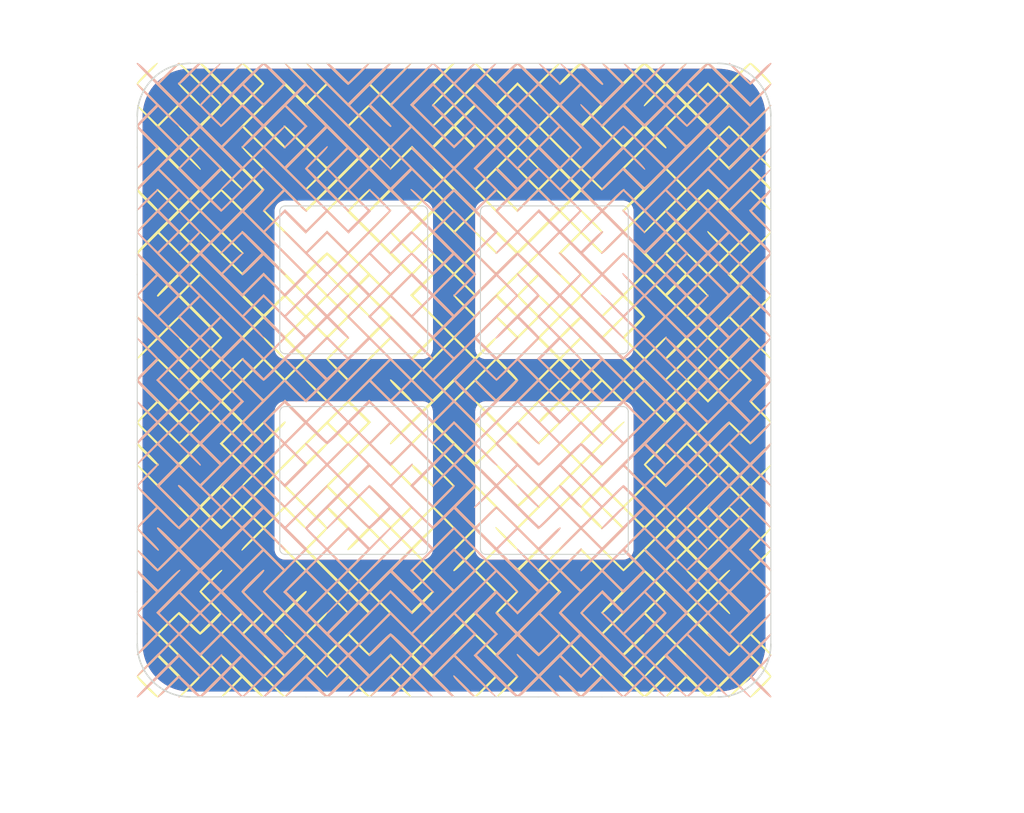
<source format=kicad_pcb>
(kicad_pcb (version 20211014) (generator pcbnew)
  (layers (0 "F.Cu" signal) (31 "B.Cu" signal) (34 "B.Paste" user) (35 "F.Paste" user) (36 "B.SilkS" user "B.Silkscreen") (37 "F.SilkS" user "F.Silkscreen") (38 "B.Mask" user) (39 "F.Mask" user) (44 "Edge.Cuts" user))
  (net 0 "")
  (footprint "LOGO" (layer "F.Cu") (at 130 130)
    (fp_text reference "G***" hide)
    (fp_text value "LOGO" hide)
  )
  (footprint "LOGO" (layer "B.Cu") (at 130 130 180)
    (fp_text reference "G***" hide)
    (fp_text value "LOGO" hide)
  )
  (gr_line (start 146 127.5) (end 133 127.5) (layer "Edge.Cuts") (width 0.1))
  (gr_arc (start 127.5 146) (mid 127.353553 146.353553) (end 127 146.5) (layer "Edge.Cuts") (width 0.1))
  (gr_arc (start 145.999999 113.5) (mid 146.353553 113.646446) (end 146.499999 114) (layer "Edge.Cuts") (width 0.1))
  (gr_line (start 132.999999 113.5) (end 145.999999 113.5) (layer "Edge.Cuts") (width 0.1))
  (gr_arc (start 155 100) (mid 158.535534 101.464466) (end 160 105) (layer "Edge.Cuts") (width 0.15))
  (gr_arc (start 132.5 133) (mid 132.646446 132.646447) (end 132.999999 132.5) (layer "Edge.Cuts") (width 0.1))
  (gr_line (start 132.5 114) (end 132.5 127) (layer "Edge.Cuts") (width 0.1))
  (gr_line (start 113.5 133) (end 113.5 146) (layer "Edge.Cuts") (width 0.1))
  (gr_arc (start 133 127.5) (mid 132.646447 127.353553) (end 132.5 127) (layer "Edge.Cuts") (width 0.1))
  (gr_line (start 146.5 133) (end 146.5 146) (layer "Edge.Cuts") (width 0.1))
  (gr_arc (start 146.5 127) (mid 146.353553 127.353553) (end 146 127.5) (layer "Edge.Cuts") (width 0.1))
  (gr_arc (start 127.5 127) (mid 127.353553 127.353553) (end 127 127.5) (layer "Edge.Cuts") (width 0.1))
  (gr_arc (start 132.5 114) (mid 132.646447 113.646447) (end 133 113.5) (layer "Edge.Cuts") (width 0.1))
  (gr_line (start 127 146.5) (end 114 146.5) (layer "Edge.Cuts") (width 0.1))
  (gr_line (start 105 100) (end 155 100) (layer "Edge.Cuts") (width 0.1))
  (gr_arc (start 146.5 146) (mid 146.353553 146.353553) (end 146 146.5) (layer "Edge.Cuts") (width 0.1))
  (gr_line (start 113.5 114) (end 113.5 127) (layer "Edge.Cuts") (width 0.1))
  (gr_line (start 113.999999 132.5) (end 126.999999 132.5) (layer "Edge.Cuts") (width 0.1))
  (gr_line (start 146.5 114) (end 146.5 127) (layer "Edge.Cuts") (width 0.1))
  (gr_arc (start 113.5 133) (mid 113.646447 132.646447) (end 114 132.5) (layer "Edge.Cuts") (width 0.1))
  (gr_arc (start 114 146.5) (mid 113.646447 146.353553) (end 113.5 146) (layer "Edge.Cuts") (width 0.1))
  (gr_arc (start 126.999999 132.5) (mid 127.353553 132.646446) (end 127.499999 133) (layer "Edge.Cuts") (width 0.1))
  (gr_line (start 155 160) (end 105 160) (layer "Edge.Cuts") (width 0.1))
  (gr_line (start 127.5 114) (end 127.5 127) (layer "Edge.Cuts") (width 0.1))
  (gr_line (start 132.999999 132.5) (end 145.999999 132.5) (layer "Edge.Cuts") (width 0.1))
  (gr_arc (start 105 160) (mid 101.464466 158.535534) (end 100 155) (layer "Edge.Cuts") (width 0.15))
  (gr_arc (start 160 155) (mid 158.535534 158.535534) (end 155 160) (layer "Edge.Cuts") (width 0.15))
  (gr_arc (start 114 127.5) (mid 113.646447 127.353553) (end 113.5 127) (layer "Edge.Cuts") (width 0.1))
  (gr_line (start 146 146.5) (end 133 146.5) (layer "Edge.Cuts") (width 0.1))
  (gr_arc (start 145.999999 132.5) (mid 146.353552 132.646447) (end 146.499999 133) (layer "Edge.Cuts") (width 0.1))
  (gr_arc (start 133 146.5) (mid 132.646447 146.353553) (end 132.5 146) (layer "Edge.Cuts") (width 0.1))
  (gr_line (start 100 155) (end 100 105) (layer "Edge.Cuts") (width 0.1))
  (gr_line (start 127.5 133) (end 127.5 146) (layer "Edge.Cuts") (width 0.1))
  (gr_line (start 127 127.5) (end 114 127.5) (layer "Edge.Cuts") (width 0.1))
  (gr_arc (start 100 105) (mid 101.464466 101.464466) (end 105 100) (layer "Edge.Cuts") (width 0.15))
  (gr_line (start 160 105) (end 160 155) (layer "Edge.Cuts") (width 0.1))
  (gr_arc (start 126.999999 113.5) (mid 127.353553 113.646446) (end 127.499999 114) (layer "Edge.Cuts") (width 0.1))
  (gr_line (start 113.999999 113.5) (end 126.999999 113.5) (layer "Edge.Cuts") (width 0.1))
  (gr_line (start 132.5 133) (end 132.5 146) (layer "Edge.Cuts") (width 0.1))
  (gr_arc (start 113.5 114) (mid 113.646447 113.646447) (end 114 113.5) (layer "Edge.Cuts") (width 0.1))
  (zone (net 0) (net_name "") (layer "F.Cu") (connect_pads (clearance 0.508)) (min_thickness 0.254) (fill yes (thermal_gap 0.508) (thermal_bridge_width 0.508))
    (polygon (pts (xy 184 98) (xy 167 168) (xy 91 168) (xy 92 97)))
  )
  (zone (net 0) (net_name "") (layer "B.Cu") (connect_pads (clearance 0.508)) (min_thickness 0.254) (fill yes (thermal_gap 0.508) (thermal_bridge_width 0.508))
    (polygon (pts (xy 169 162) (xy 87 171) (xy 88 96) (xy 169 94)))
  )
)
</source>
